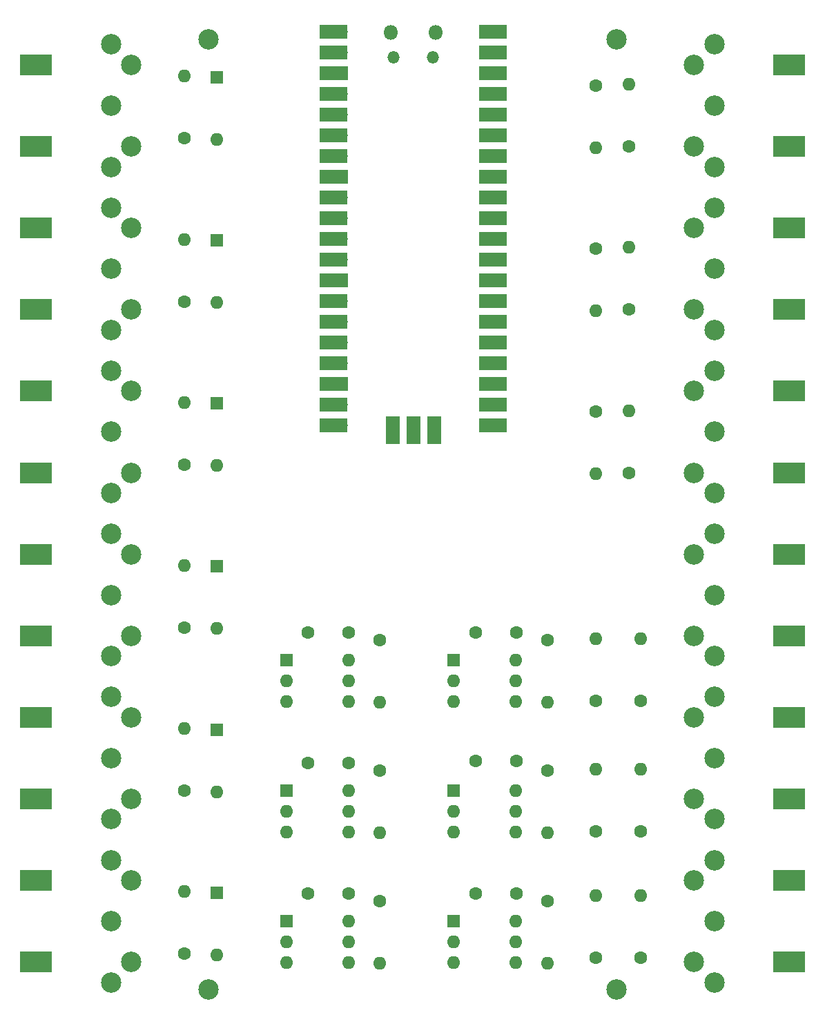
<source format=gbr>
%TF.GenerationSoftware,KiCad,Pcbnew,(6.0.5)*%
%TF.CreationDate,2022-08-17T09:38:04+01:00*%
%TF.ProjectId,PicoMIDIRouter,5069636f-4d49-4444-9952-6f757465722e,rev?*%
%TF.SameCoordinates,Original*%
%TF.FileFunction,Soldermask,Top*%
%TF.FilePolarity,Negative*%
%FSLAX46Y46*%
G04 Gerber Fmt 4.6, Leading zero omitted, Abs format (unit mm)*
G04 Created by KiCad (PCBNEW (6.0.5)) date 2022-08-17 09:38:04*
%MOMM*%
%LPD*%
G01*
G04 APERTURE LIST*
%ADD10C,1.600000*%
%ADD11R,4.000000X2.500000*%
%ADD12C,2.499360*%
%ADD13O,1.600000X1.600000*%
%ADD14R,1.600000X1.600000*%
%ADD15C,2.500000*%
%ADD16O,1.500000X1.500000*%
%ADD17O,1.800000X1.800000*%
%ADD18O,1.700000X1.700000*%
%ADD19R,3.500000X1.700000*%
%ADD20R,1.700000X1.700000*%
%ADD21R,1.700000X3.500000*%
G04 APERTURE END LIST*
D10*
%TO.C,C6*%
X107696000Y-146558000D03*
X112696000Y-146558000D03*
%TD*%
D11*
%TO.C,J12*%
X146197700Y-155001260D03*
X146197700Y-144998740D03*
D12*
X137002800Y-142501920D03*
X137000260Y-150000000D03*
X137002800Y-157498080D03*
X134500900Y-145003820D03*
X134500900Y-154996180D03*
%TD*%
D11*
%TO.C,J1*%
X53802300Y-55001260D03*
X53802300Y-44998740D03*
D12*
X62997200Y-57498080D03*
X62999740Y-50000000D03*
X62997200Y-42501920D03*
X65499100Y-54996180D03*
X65499100Y-45003820D03*
%TD*%
D10*
%TO.C,R5*%
X126500000Y-55000000D03*
D13*
X126500000Y-47380000D03*
%TD*%
D10*
%TO.C,R3*%
X72000000Y-94000000D03*
D13*
X72000000Y-86380000D03*
%TD*%
D10*
%TO.C,R10*%
X96000000Y-115500000D03*
D13*
X96000000Y-123120000D03*
%TD*%
D10*
%TO.C,R9*%
X116500000Y-131500000D03*
D13*
X116500000Y-139120000D03*
%TD*%
D14*
%TO.C,D6*%
X76000000Y-146500000D03*
D13*
X76000000Y-154120000D03*
%TD*%
D10*
%TO.C,R8*%
X116500000Y-115500000D03*
D13*
X116500000Y-123120000D03*
%TD*%
D14*
%TO.C,D1*%
X76000000Y-46500000D03*
D13*
X76000000Y-54120000D03*
%TD*%
D10*
%TO.C,R21*%
X122500000Y-139000000D03*
D13*
X122500000Y-131380000D03*
%TD*%
D10*
%TO.C,R20*%
X116500000Y-147500000D03*
D13*
X116500000Y-155120000D03*
%TD*%
D15*
%TO.C,H2*%
X75000000Y-158362000D03*
%TD*%
D10*
%TO.C,R2*%
X72000000Y-74000000D03*
D13*
X72000000Y-66380000D03*
%TD*%
D10*
%TO.C,R13*%
X122500000Y-123000000D03*
D13*
X122500000Y-115380000D03*
%TD*%
D10*
%TO.C,R23*%
X122500000Y-154500000D03*
D13*
X122500000Y-146880000D03*
%TD*%
D10*
%TO.C,R16*%
X72000000Y-134000000D03*
D13*
X72000000Y-126380000D03*
%TD*%
D11*
%TO.C,J11*%
X146197700Y-135001260D03*
X146197700Y-124998740D03*
D12*
X137002800Y-122501920D03*
X137000260Y-130000000D03*
X137002800Y-137498080D03*
X134500900Y-125003820D03*
X134500900Y-134996180D03*
%TD*%
D10*
%TO.C,R12*%
X126500000Y-95000000D03*
D13*
X126500000Y-87380000D03*
%TD*%
D10*
%TO.C,R14*%
X128000000Y-123000000D03*
D13*
X128000000Y-115380000D03*
%TD*%
D14*
%TO.C,U6*%
X105000000Y-150000000D03*
D13*
X105000000Y-152540000D03*
X105000000Y-155080000D03*
X112620000Y-155080000D03*
X112620000Y-152540000D03*
X112620000Y-150000000D03*
%TD*%
D10*
%TO.C,R1*%
X72000000Y-54000000D03*
D13*
X72000000Y-46380000D03*
%TD*%
D14*
%TO.C,D4*%
X76000000Y-106500000D03*
D13*
X76000000Y-114120000D03*
%TD*%
D11*
%TO.C,J7*%
X146197700Y-115001260D03*
X146197700Y-104998740D03*
D12*
X137002800Y-102501920D03*
X137000260Y-110000000D03*
X137002800Y-117498080D03*
X134500900Y-105003820D03*
X134500900Y-114996180D03*
%TD*%
D14*
%TO.C,D2*%
X76000000Y-66500000D03*
D13*
X76000000Y-74120000D03*
%TD*%
D14*
%TO.C,U1*%
X105000000Y-118000000D03*
D13*
X105000000Y-120540000D03*
X105000000Y-123080000D03*
X112620000Y-123080000D03*
X112620000Y-120540000D03*
X112620000Y-118000000D03*
%TD*%
D11*
%TO.C,J6*%
X146197700Y-95001260D03*
X146197700Y-84998740D03*
D12*
X137002800Y-82501920D03*
X137000260Y-90000000D03*
X137002800Y-97498080D03*
X134500900Y-85003820D03*
X134500900Y-94996180D03*
%TD*%
D14*
%TO.C,D3*%
X76000000Y-86500000D03*
D13*
X76000000Y-94120000D03*
%TD*%
D10*
%TO.C,R24*%
X128000000Y-154500000D03*
D13*
X128000000Y-146880000D03*
%TD*%
D16*
%TO.C,U7*%
X102501000Y-44054000D03*
D17*
X97351000Y-41024000D03*
D16*
X97651000Y-44054000D03*
D17*
X102801000Y-41024000D03*
D18*
X91186000Y-40894000D03*
D19*
X90286000Y-40894000D03*
D18*
X91186000Y-43434000D03*
D19*
X90286000Y-43434000D03*
X90286000Y-45974000D03*
D20*
X91186000Y-45974000D03*
D18*
X91186000Y-48514000D03*
D19*
X90286000Y-48514000D03*
X90286000Y-51054000D03*
D18*
X91186000Y-51054000D03*
X91186000Y-53594000D03*
D19*
X90286000Y-53594000D03*
X90286000Y-56134000D03*
D18*
X91186000Y-56134000D03*
D20*
X91186000Y-58674000D03*
D19*
X90286000Y-58674000D03*
D18*
X91186000Y-61214000D03*
D19*
X90286000Y-61214000D03*
D18*
X91186000Y-63754000D03*
D19*
X90286000Y-63754000D03*
X90286000Y-66294000D03*
D18*
X91186000Y-66294000D03*
X91186000Y-68834000D03*
D19*
X90286000Y-68834000D03*
X90286000Y-71374000D03*
D20*
X91186000Y-71374000D03*
D19*
X90286000Y-73914000D03*
D18*
X91186000Y-73914000D03*
D19*
X90286000Y-76454000D03*
D18*
X91186000Y-76454000D03*
D19*
X90286000Y-78994000D03*
D18*
X91186000Y-78994000D03*
D19*
X90286000Y-81534000D03*
D18*
X91186000Y-81534000D03*
D20*
X91186000Y-84074000D03*
D19*
X90286000Y-84074000D03*
X90286000Y-86614000D03*
D18*
X91186000Y-86614000D03*
D19*
X90286000Y-89154000D03*
D18*
X91186000Y-89154000D03*
D19*
X109866000Y-89154000D03*
D18*
X108966000Y-89154000D03*
D19*
X109866000Y-86614000D03*
D18*
X108966000Y-86614000D03*
D19*
X109866000Y-84074000D03*
D20*
X108966000Y-84074000D03*
D19*
X109866000Y-81534000D03*
D18*
X108966000Y-81534000D03*
X108966000Y-78994000D03*
D19*
X109866000Y-78994000D03*
X109866000Y-76454000D03*
D18*
X108966000Y-76454000D03*
X108966000Y-73914000D03*
D19*
X109866000Y-73914000D03*
D20*
X108966000Y-71374000D03*
D19*
X109866000Y-71374000D03*
X109866000Y-68834000D03*
D18*
X108966000Y-68834000D03*
X108966000Y-66294000D03*
D19*
X109866000Y-66294000D03*
X109866000Y-63754000D03*
D18*
X108966000Y-63754000D03*
X108966000Y-61214000D03*
D19*
X109866000Y-61214000D03*
X109866000Y-58674000D03*
D20*
X108966000Y-58674000D03*
D19*
X109866000Y-56134000D03*
D18*
X108966000Y-56134000D03*
D19*
X109866000Y-53594000D03*
D18*
X108966000Y-53594000D03*
X108966000Y-51054000D03*
D19*
X109866000Y-51054000D03*
D18*
X108966000Y-48514000D03*
D19*
X109866000Y-48514000D03*
X109866000Y-45974000D03*
D20*
X108966000Y-45974000D03*
D19*
X109866000Y-43434000D03*
D18*
X108966000Y-43434000D03*
D19*
X109866000Y-40894000D03*
D18*
X108966000Y-40894000D03*
D21*
X97536000Y-89824000D03*
D18*
X97536000Y-88924000D03*
D21*
X100076000Y-89824000D03*
D20*
X100076000Y-88924000D03*
D21*
X102616000Y-89824000D03*
D18*
X102616000Y-88924000D03*
%TD*%
D14*
%TO.C,U4*%
X84500000Y-134000000D03*
D13*
X84500000Y-136540000D03*
X84500000Y-139080000D03*
X92120000Y-139080000D03*
X92120000Y-136540000D03*
X92120000Y-134000000D03*
%TD*%
D15*
%TO.C,H4*%
X125000000Y-158362000D03*
%TD*%
D10*
%TO.C,R18*%
X96000000Y-131500000D03*
D13*
X96000000Y-139120000D03*
%TD*%
D10*
%TO.C,C5*%
X87162000Y-146558000D03*
X92162000Y-146558000D03*
%TD*%
%TO.C,R4*%
X122500000Y-47500000D03*
D13*
X122500000Y-55120000D03*
%TD*%
D14*
%TO.C,D5*%
X76000000Y-126500000D03*
D13*
X76000000Y-134120000D03*
%TD*%
D10*
%TO.C,C3*%
X87162000Y-114554000D03*
X92162000Y-114554000D03*
%TD*%
D14*
%TO.C,U5*%
X84500000Y-150000000D03*
D13*
X84500000Y-152540000D03*
X84500000Y-155080000D03*
X92120000Y-155080000D03*
X92120000Y-152540000D03*
X92120000Y-150000000D03*
%TD*%
D11*
%TO.C,J8*%
X53802300Y-104998740D03*
X53802300Y-115001260D03*
D12*
X62997200Y-117498080D03*
X62999740Y-110000000D03*
X62997200Y-102501920D03*
X65499100Y-114996180D03*
X65499100Y-105003820D03*
%TD*%
D14*
%TO.C,U3*%
X84500000Y-118000000D03*
D13*
X84500000Y-120540000D03*
X84500000Y-123080000D03*
X92120000Y-123080000D03*
X92120000Y-120540000D03*
X92120000Y-118000000D03*
%TD*%
D10*
%TO.C,R7*%
X126500000Y-75000000D03*
D13*
X126500000Y-67380000D03*
%TD*%
D15*
%TO.C,H1*%
X75000000Y-41862000D03*
%TD*%
D11*
%TO.C,J2*%
X53802300Y-64998740D03*
X53802300Y-75001260D03*
D12*
X62997200Y-77498080D03*
X62999740Y-70000000D03*
X62997200Y-62501920D03*
X65499100Y-74996180D03*
X65499100Y-65003820D03*
%TD*%
D15*
%TO.C,H3*%
X125000000Y-41862000D03*
%TD*%
D11*
%TO.C,J3*%
X53802300Y-95001260D03*
X53802300Y-84998740D03*
D12*
X62997200Y-97498080D03*
X62999740Y-90000000D03*
X62997200Y-82501920D03*
X65499100Y-94996180D03*
X65499100Y-85003820D03*
%TD*%
D10*
%TO.C,R15*%
X72000000Y-114000000D03*
D13*
X72000000Y-106380000D03*
%TD*%
D10*
%TO.C,R6*%
X122500000Y-67500000D03*
D13*
X122500000Y-75120000D03*
%TD*%
D10*
%TO.C,C4*%
X87162000Y-130556000D03*
X92162000Y-130556000D03*
%TD*%
D11*
%TO.C,J9*%
X53802300Y-135001260D03*
X53802300Y-124998740D03*
D12*
X62997200Y-137498080D03*
X62999740Y-130000000D03*
X62997200Y-122501920D03*
X65499100Y-134996180D03*
X65499100Y-125003820D03*
%TD*%
D11*
%TO.C,J4*%
X146197700Y-44998740D03*
X146197700Y-55001260D03*
D12*
X137002800Y-42501920D03*
X137000260Y-50000000D03*
X137002800Y-57498080D03*
X134500900Y-45003820D03*
X134500900Y-54996180D03*
%TD*%
D10*
%TO.C,C1*%
X107736000Y-114554000D03*
X112736000Y-114554000D03*
%TD*%
%TO.C,C2*%
X107736000Y-130302000D03*
X112736000Y-130302000D03*
%TD*%
%TO.C,R22*%
X128000000Y-139000000D03*
D13*
X128000000Y-131380000D03*
%TD*%
D14*
%TO.C,U2*%
X105000000Y-134000000D03*
D13*
X105000000Y-136540000D03*
X105000000Y-139080000D03*
X112620000Y-139080000D03*
X112620000Y-136540000D03*
X112620000Y-134000000D03*
%TD*%
D10*
%TO.C,R11*%
X122500000Y-87500000D03*
D13*
X122500000Y-95120000D03*
%TD*%
D10*
%TO.C,R19*%
X96000000Y-147500000D03*
D13*
X96000000Y-155120000D03*
%TD*%
D11*
%TO.C,J10*%
X53802300Y-144998740D03*
X53802300Y-155001260D03*
D12*
X62997200Y-157498080D03*
X62999740Y-150000000D03*
X62997200Y-142501920D03*
X65499100Y-154996180D03*
X65499100Y-145003820D03*
%TD*%
D11*
%TO.C,J5*%
X146197700Y-75001260D03*
X146197700Y-64998740D03*
D12*
X137002800Y-62501920D03*
X137000260Y-70000000D03*
X137002800Y-77498080D03*
X134500900Y-65003820D03*
X134500900Y-74996180D03*
%TD*%
D10*
%TO.C,R17*%
X72000000Y-154000000D03*
D13*
X72000000Y-146380000D03*
%TD*%
M02*

</source>
